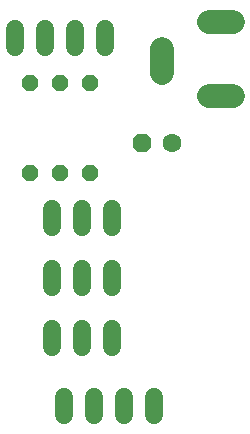
<source format=gbr>
G04 EAGLE Gerber X2 export*
%TF.Part,Single*%
%TF.FileFunction,Copper,L2,Bot,Mixed*%
%TF.FilePolarity,Positive*%
%TF.GenerationSoftware,Autodesk,EAGLE,9.1.3*%
%TF.CreationDate,2018-10-12T20:40:38Z*%
G75*
%MOMM*%
%FSLAX34Y34*%
%LPD*%
%AMOC8*
5,1,8,0,0,1.08239X$1,22.5*%
G01*
%ADD10P,1.732040X8X202.500000*%
%ADD11C,1.600200*%
%ADD12C,1.524000*%
%ADD13P,1.429621X8X112.500000*%
%ADD14C,2.000000*%


D10*
X368300Y571500D03*
D11*
X393700Y571500D03*
D12*
X292100Y414020D02*
X292100Y398780D01*
X317500Y398780D02*
X317500Y414020D01*
X342900Y414020D02*
X342900Y398780D01*
X292100Y449580D02*
X292100Y464820D01*
X317500Y464820D02*
X317500Y449580D01*
X342900Y449580D02*
X342900Y464820D01*
X292100Y500380D02*
X292100Y515620D01*
X317500Y515620D02*
X317500Y500380D01*
X342900Y500380D02*
X342900Y515620D01*
D13*
X323850Y546100D03*
X323850Y622300D03*
X298450Y546100D03*
X298450Y622300D03*
X273050Y546100D03*
X273050Y622300D03*
D12*
X377825Y356870D02*
X377825Y341630D01*
X352425Y341630D02*
X352425Y356870D01*
X327025Y356870D02*
X327025Y341630D01*
X301625Y341630D02*
X301625Y356870D01*
X260350Y652780D02*
X260350Y668020D01*
X285750Y668020D02*
X285750Y652780D01*
X311150Y652780D02*
X311150Y668020D01*
X336550Y668020D02*
X336550Y652780D01*
D14*
X424575Y611300D02*
X444575Y611300D01*
X444575Y674300D02*
X424575Y674300D01*
X384575Y651300D02*
X384575Y631300D01*
M02*

</source>
